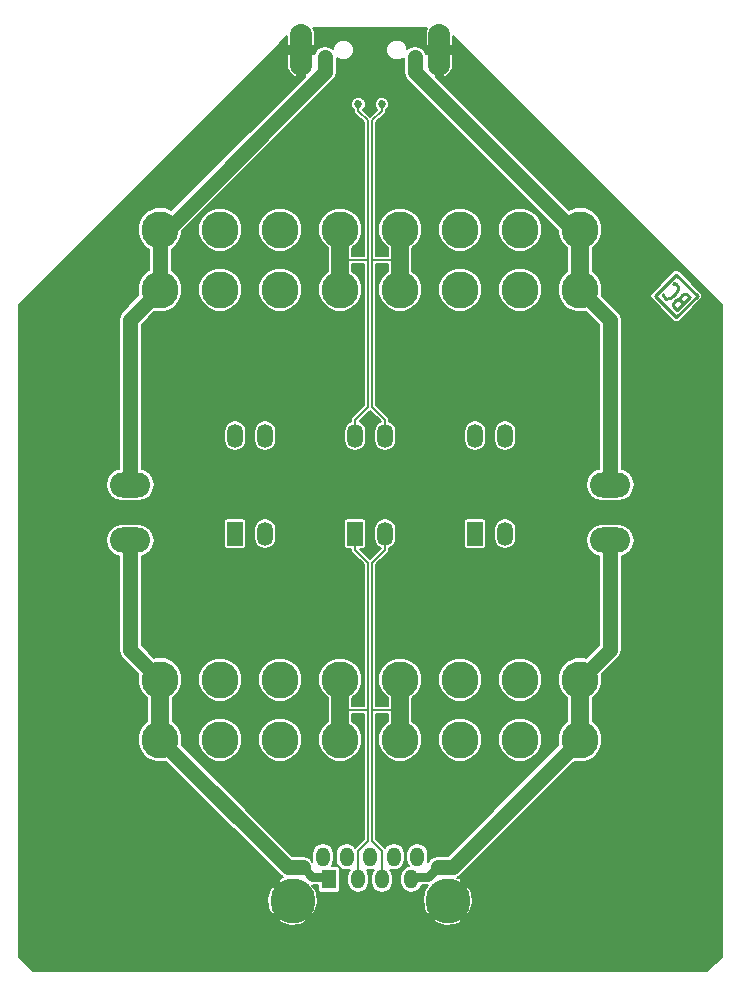
<source format=gbl>
%TF.GenerationSoftware,KiCad,Pcbnew,4.0.1-stable*%
%TF.CreationDate,2016-02-23T23:31:04-05:00*%
%TF.ProjectId,USB Breakout v3.0,55534220427265616B6F75742076332E,3.0.1*%
%TF.FileFunction,Copper,L2,Bot,Signal*%
%FSLAX46Y46*%
G04 Gerber Fmt 4.6, Leading zero omitted, Abs format (unit mm)*
G04 Created by KiCad (PCBNEW 4.0.1-stable) date 2016-02-23 23:31:04*
%MOMM*%
G01*
G04 APERTURE LIST*
%ADD10C,0.025400*%
%ADD11C,0.254000*%
%ADD12O,3.400000X2.150000*%
%ADD13R,1.350000X2.025000*%
%ADD14O,1.350000X2.025000*%
%ADD15O,1.900000X4.400000*%
%ADD16R,1.200000X1.620000*%
%ADD17O,1.200000X1.620000*%
%ADD18C,3.800000*%
%ADD19C,3.124200*%
%ADD20C,0.787400*%
%ADD21C,0.685800*%
%ADD22C,1.270000*%
%ADD23C,0.152400*%
%ADD24C,1.524000*%
%ADD25C,0.762000*%
G04 APERTURE END LIST*
D10*
D11*
X56739604Y57534738D02*
X56572828Y57598884D01*
X56483025Y57586054D01*
X56341906Y57521909D01*
X56187959Y57367962D01*
X56123815Y57226844D01*
X56110986Y57137042D01*
X56136644Y57008751D01*
X56444538Y56700857D01*
X57522169Y57778488D01*
X57252761Y58047896D01*
X57124472Y58073554D01*
X57034669Y58060725D01*
X56893551Y57996580D01*
X56790920Y57893949D01*
X56726775Y57752831D01*
X56713946Y57663028D01*
X56739604Y57534738D01*
X57009011Y57265331D01*
X55277105Y58073554D02*
X55264276Y57983751D01*
X55328421Y57816974D01*
X55405394Y57740001D01*
X55572170Y57675857D01*
X55751776Y57701514D01*
X55892894Y57765660D01*
X56136644Y57932435D01*
X56290592Y58086383D01*
X56457367Y58330132D01*
X56521512Y58471250D01*
X56547170Y58650856D01*
X56483025Y58817632D01*
X56406052Y58894605D01*
X56239275Y58958750D01*
X56149473Y58945922D01*
X56406051Y59690000D02*
X58202102Y57893949D01*
X58202102Y57893949D02*
X56406051Y56097898D01*
X56406051Y56097898D02*
X54610000Y57893949D01*
X54610000Y57893949D02*
X56406051Y59690000D01*
D12*
X10160000Y41910000D03*
X10160000Y37210000D03*
X50800000Y41910000D03*
X50800000Y37210000D03*
D13*
X29210000Y37762500D03*
D14*
X31750000Y37762500D03*
X31750000Y46057500D03*
X29210000Y46057500D03*
D13*
X39370000Y37762500D03*
D14*
X41910000Y37762500D03*
X41910000Y46057500D03*
X39370000Y46057500D03*
D13*
X19050000Y37762500D03*
D14*
X21590000Y37762500D03*
X21590000Y46057500D03*
X19050000Y46057500D03*
D15*
X24630000Y78730000D03*
X36330000Y78730000D03*
D16*
X26980000Y8500000D03*
D17*
X29480000Y8500000D03*
X31480000Y8500000D03*
X33980000Y8500000D03*
X34480000Y10420000D03*
X32480000Y10420000D03*
X30480000Y10420000D03*
X28480000Y10420000D03*
X26480000Y10420000D03*
D18*
X37050000Y6710000D03*
X23910000Y6710000D03*
D19*
X12700000Y20320000D03*
X12700000Y25400000D03*
X27940000Y20320000D03*
X27940000Y25400000D03*
X33020000Y20320000D03*
X33020000Y25400000D03*
X48260000Y20320000D03*
X48260000Y25400000D03*
X43180000Y20320000D03*
X43180000Y25400000D03*
X38100000Y20320000D03*
X38100000Y25400000D03*
X22860000Y20320000D03*
X22860000Y25400000D03*
X17780000Y20320000D03*
X17780000Y25400000D03*
X12700000Y58420000D03*
X12700000Y63500000D03*
X27940000Y58420000D03*
X27940000Y63500000D03*
X33020000Y58420000D03*
X33020000Y63500000D03*
X48260000Y58420000D03*
X48260000Y63500000D03*
X43180000Y58420000D03*
X43180000Y63500000D03*
X38100000Y58420000D03*
X38100000Y63500000D03*
X22860000Y58420000D03*
X22860000Y63500000D03*
X17780000Y58420000D03*
X17780000Y63500000D03*
D20*
X26670000Y78105000D03*
D21*
X29480000Y74130000D03*
X31480000Y74130000D03*
D20*
X34290000Y78105000D03*
D22*
X10160000Y41910000D02*
X10160000Y55880000D01*
X10160000Y55880000D02*
X12700000Y58420000D01*
X12700000Y63500000D02*
X12700000Y58420000D01*
X13335000Y63500000D02*
X12700000Y63500000D01*
X26670000Y78105000D02*
X26670000Y76835000D01*
X26670000Y76835000D02*
X13335000Y63500000D01*
D23*
X30302200Y48499700D02*
X30302200Y60960000D01*
X30302201Y72758299D02*
X30302189Y60960000D01*
X30302189Y60960000D02*
X30302201Y60960001D01*
X29845000Y60960000D02*
X30302189Y60960000D01*
D24*
X27940000Y60960000D02*
X27940000Y58420000D01*
X27940000Y63500000D02*
X27940000Y60960000D01*
D23*
X27940000Y60960000D02*
X29845000Y60960000D01*
X29480000Y74130000D02*
X29480000Y73580500D01*
X29480000Y73580500D02*
X30302201Y72758299D01*
X30302200Y48499700D02*
X29210000Y47407500D01*
X29210000Y47407500D02*
X29210000Y45720000D01*
X30657800Y48499700D02*
X30657800Y60960000D01*
X33020000Y60960000D02*
X30657799Y60960001D01*
X30657799Y72758299D02*
X31480000Y73580500D01*
X30657799Y60960001D02*
X30657799Y72758299D01*
X31480000Y73580500D02*
X31480000Y74130000D01*
D24*
X33020000Y60960000D02*
X33020000Y63500000D01*
X33020000Y58420000D02*
X33020000Y60960000D01*
D23*
X30657800Y48499700D02*
X31750000Y47407500D01*
X31750000Y47407500D02*
X31750000Y45720000D01*
D22*
X50800000Y41910000D02*
X50800000Y55880000D01*
X50800000Y55880000D02*
X48260000Y58420000D01*
D24*
X48260000Y63500000D02*
X48260000Y58420000D01*
D22*
X47625000Y63500000D02*
X48260000Y63500000D01*
X34290000Y78105000D02*
X34290000Y76835000D01*
X34290000Y76835000D02*
X47625000Y63500000D01*
X12700000Y25400000D02*
X10160000Y27940000D01*
X10160000Y27940000D02*
X10160000Y37211000D01*
D24*
X12700000Y25400000D02*
X12700000Y20320000D01*
D22*
X23495000Y9525000D02*
X24765000Y9525000D01*
D25*
X24765000Y9525000D02*
X25580000Y8710000D01*
X25580000Y8710000D02*
X26980000Y8710000D01*
D22*
X12700000Y20320000D02*
X23495000Y9525000D01*
D23*
X30302200Y22860000D02*
X30302200Y35320300D01*
D24*
X27940000Y25400000D02*
X27940000Y22860000D01*
D23*
X30302200Y11767715D02*
X30302200Y22860000D01*
D24*
X27940000Y22860000D02*
X27940000Y20320000D01*
D23*
X30302200Y22860000D02*
X27940000Y22860000D01*
X29480000Y8710000D02*
X29480000Y10945515D01*
X30302200Y35320300D02*
X29210000Y36412500D01*
X29480000Y10945515D02*
X30302200Y11767715D01*
X29210000Y36412500D02*
X29210000Y38100000D01*
X30657800Y22860000D02*
X30657800Y35320300D01*
X30657800Y11767715D02*
X30657800Y22860000D01*
D24*
X33020000Y22860000D02*
X33020000Y25400000D01*
X33020000Y20320000D02*
X33020000Y22860000D01*
D23*
X30657800Y22860000D02*
X33020000Y22860000D01*
X31480000Y8710000D02*
X31480000Y10945515D01*
X31480000Y10945515D02*
X30657800Y11767715D01*
X30657800Y35320300D02*
X31750000Y36412500D01*
X31750000Y36412500D02*
X31750000Y38100000D01*
D22*
X50800000Y37211000D02*
X50800000Y27940000D01*
X50800000Y27940000D02*
X48260000Y25400000D01*
D24*
X48260000Y25400000D02*
X48260000Y20320000D01*
D22*
X37465000Y9525000D02*
X36195000Y9525000D01*
D25*
X36195000Y9525000D02*
X35380000Y8710000D01*
X35380000Y8710000D02*
X33980000Y8710000D01*
D22*
X48260000Y20320000D02*
X37465000Y9525000D01*
D23*
G36*
X35176800Y80284800D02*
X35176800Y79034800D01*
X36025200Y79034800D01*
X36025200Y79054800D01*
X36634800Y79054800D01*
X36634800Y79034800D01*
X37483200Y79034800D01*
X37483200Y79884036D01*
X60248800Y57118436D01*
X60248800Y1936564D01*
X59023436Y711200D01*
X1936564Y711200D01*
X711200Y1936564D01*
X711200Y5029845D01*
X22660897Y5029845D01*
X22908936Y4813598D01*
X23710860Y4574862D01*
X24543100Y4661181D01*
X24911064Y4813598D01*
X25159103Y5029845D01*
X35800897Y5029845D01*
X36048936Y4813598D01*
X36850860Y4574862D01*
X37683100Y4661181D01*
X38051064Y4813598D01*
X38299103Y5029845D01*
X37050000Y6278948D01*
X35800897Y5029845D01*
X25159103Y5029845D01*
X23910000Y6278948D01*
X22660897Y5029845D01*
X711200Y5029845D01*
X711200Y6909140D01*
X21774862Y6909140D01*
X21861181Y6076900D01*
X22013598Y5708936D01*
X22229845Y5460897D01*
X23478948Y6710000D01*
X22229845Y7959103D01*
X22013598Y7711064D01*
X21774862Y6909140D01*
X711200Y6909140D01*
X711200Y37210000D01*
X8090026Y37210000D01*
X8196990Y36672253D01*
X8501600Y36216374D01*
X8957479Y35911764D01*
X9194800Y35864558D01*
X9194800Y27940000D01*
X9268271Y27570634D01*
X9477501Y27257501D01*
X10851723Y25883278D01*
X10808030Y25778053D01*
X10807373Y25025250D01*
X11094851Y24329499D01*
X11607800Y23815654D01*
X11607800Y21903488D01*
X11096722Y21393301D01*
X10808030Y20698053D01*
X10807373Y19945250D01*
X11094851Y19249499D01*
X11626699Y18716722D01*
X12321947Y18428030D01*
X13074750Y18427373D01*
X13182930Y18472072D01*
X22812500Y8842501D01*
X23067530Y8672094D01*
X22908936Y8606402D01*
X22660897Y8390155D01*
X23910000Y7141052D01*
X23924143Y7155194D01*
X24355195Y6724142D01*
X24341052Y6710000D01*
X25590155Y5460897D01*
X25806402Y5708936D01*
X26045138Y6510860D01*
X25958819Y7343100D01*
X25806402Y7711064D01*
X25590156Y7959101D01*
X25629855Y7998800D01*
X26043331Y7998800D01*
X26043331Y7690000D01*
X26066356Y7567635D01*
X26138673Y7455251D01*
X26249017Y7379856D01*
X26380000Y7353331D01*
X27580000Y7353331D01*
X27702365Y7376356D01*
X27814749Y7448673D01*
X27890144Y7559017D01*
X27916669Y7690000D01*
X27916669Y9310000D01*
X27893644Y9432365D01*
X27837381Y9519800D01*
X28124028Y9328269D01*
X28480000Y9257462D01*
X28772507Y9315645D01*
X28620607Y9088310D01*
X28549800Y8732338D01*
X28549800Y8267662D01*
X28620607Y7911690D01*
X28822249Y7609911D01*
X29124028Y7408269D01*
X29480000Y7337462D01*
X29835972Y7408269D01*
X30137751Y7609911D01*
X30339393Y7911690D01*
X30410200Y8267662D01*
X30410200Y8732338D01*
X30339393Y9088310D01*
X30187493Y9315645D01*
X30480000Y9257462D01*
X30772507Y9315645D01*
X30620607Y9088310D01*
X30549800Y8732338D01*
X30549800Y8267662D01*
X30620607Y7911690D01*
X30822249Y7609911D01*
X31124028Y7408269D01*
X31480000Y7337462D01*
X31835972Y7408269D01*
X32137751Y7609911D01*
X32339393Y7911690D01*
X32410200Y8267662D01*
X32410200Y8732338D01*
X33049800Y8732338D01*
X33049800Y8267662D01*
X33120607Y7911690D01*
X33322249Y7609911D01*
X33624028Y7408269D01*
X33980000Y7337462D01*
X34335972Y7408269D01*
X34637751Y7609911D01*
X34839393Y7911690D01*
X34856720Y7998800D01*
X35330145Y7998800D01*
X35369844Y7959101D01*
X35153598Y7711064D01*
X34914862Y6909140D01*
X35001181Y6076900D01*
X35153598Y5708936D01*
X35369845Y5460897D01*
X36618948Y6710000D01*
X37481052Y6710000D01*
X38730155Y5460897D01*
X38946402Y5708936D01*
X39185138Y6510860D01*
X39098819Y7343100D01*
X38946402Y7711064D01*
X38730155Y7959103D01*
X37481052Y6710000D01*
X36618948Y6710000D01*
X36604806Y6724142D01*
X37035858Y7155194D01*
X37050000Y7141052D01*
X38299103Y8390155D01*
X38051064Y8606402D01*
X37873338Y8659312D01*
X38147499Y8842501D01*
X47776722Y18471723D01*
X47881947Y18428030D01*
X48634750Y18427373D01*
X49330501Y18714851D01*
X49863278Y19246699D01*
X50151970Y19941947D01*
X50152627Y20694750D01*
X49865149Y21390501D01*
X49352200Y21904346D01*
X49352200Y23816512D01*
X49863278Y24326699D01*
X50151970Y25021947D01*
X50152627Y25774750D01*
X50107928Y25882930D01*
X51482499Y27257500D01*
X51691729Y27570633D01*
X51703918Y27631915D01*
X51765200Y27940000D01*
X51765200Y35864558D01*
X52002521Y35911764D01*
X52458400Y36216374D01*
X52763010Y36672253D01*
X52869974Y37210000D01*
X52763010Y37747747D01*
X52458400Y38203626D01*
X52002521Y38508236D01*
X51464774Y38615200D01*
X50135226Y38615200D01*
X49597479Y38508236D01*
X49141600Y38203626D01*
X48836990Y37747747D01*
X48730026Y37210000D01*
X48836990Y36672253D01*
X49141600Y36216374D01*
X49597479Y35911764D01*
X49834800Y35864558D01*
X49834800Y28339799D01*
X48743278Y27248277D01*
X48638053Y27291970D01*
X47885250Y27292627D01*
X47189499Y27005149D01*
X46656722Y26473301D01*
X46368030Y25778053D01*
X46367373Y25025250D01*
X46654851Y24329499D01*
X47167800Y23815654D01*
X47167800Y21903488D01*
X46656722Y21393301D01*
X46368030Y20698053D01*
X46367373Y19945250D01*
X46412072Y19837071D01*
X37065202Y10490200D01*
X36195000Y10490200D01*
X35825634Y10416729D01*
X35512501Y10207499D01*
X35372456Y9997907D01*
X35410200Y10187662D01*
X35410200Y10652338D01*
X35339393Y11008310D01*
X35137751Y11310089D01*
X34835972Y11511731D01*
X34480000Y11582538D01*
X34124028Y11511731D01*
X33822249Y11310089D01*
X33620607Y11008310D01*
X33549800Y10652338D01*
X33549800Y10187662D01*
X33620607Y9831690D01*
X33762534Y9619281D01*
X33624028Y9591731D01*
X33322249Y9390089D01*
X33120607Y9088310D01*
X33049800Y8732338D01*
X32410200Y8732338D01*
X32339393Y9088310D01*
X32187493Y9315645D01*
X32480000Y9257462D01*
X32835972Y9328269D01*
X33137751Y9529911D01*
X33339393Y9831690D01*
X33410200Y10187662D01*
X33410200Y10652338D01*
X33339393Y11008310D01*
X33137751Y11310089D01*
X32835972Y11511731D01*
X32480000Y11582538D01*
X32124028Y11511731D01*
X31822249Y11310089D01*
X31739054Y11185578D01*
X31731447Y11196962D01*
X31013400Y11915009D01*
X31013400Y22504400D01*
X31978600Y22504400D01*
X31978600Y21882208D01*
X31978237Y21882058D01*
X31459763Y21364488D01*
X31178820Y20687904D01*
X31178181Y19955310D01*
X31457942Y19278237D01*
X31975512Y18759763D01*
X32652096Y18478820D01*
X33384690Y18478181D01*
X34061763Y18757942D01*
X34580237Y19275512D01*
X34861180Y19952096D01*
X34861182Y19955310D01*
X36258181Y19955310D01*
X36537942Y19278237D01*
X37055512Y18759763D01*
X37732096Y18478820D01*
X38464690Y18478181D01*
X39141763Y18757942D01*
X39660237Y19275512D01*
X39941180Y19952096D01*
X39941182Y19955310D01*
X41338181Y19955310D01*
X41617942Y19278237D01*
X42135512Y18759763D01*
X42812096Y18478820D01*
X43544690Y18478181D01*
X44221763Y18757942D01*
X44740237Y19275512D01*
X45021180Y19952096D01*
X45021819Y20684690D01*
X44742058Y21361763D01*
X44224488Y21880237D01*
X43547904Y22161180D01*
X42815310Y22161819D01*
X42138237Y21882058D01*
X41619763Y21364488D01*
X41338820Y20687904D01*
X41338181Y19955310D01*
X39941182Y19955310D01*
X39941819Y20684690D01*
X39662058Y21361763D01*
X39144488Y21880237D01*
X38467904Y22161180D01*
X37735310Y22161819D01*
X37058237Y21882058D01*
X36539763Y21364488D01*
X36258820Y20687904D01*
X36258181Y19955310D01*
X34861182Y19955310D01*
X34861819Y20684690D01*
X34582058Y21361763D01*
X34064488Y21880237D01*
X34061400Y21881519D01*
X34061400Y23837792D01*
X34061763Y23837942D01*
X34580237Y24355512D01*
X34861180Y25032096D01*
X34861182Y25035310D01*
X36258181Y25035310D01*
X36537942Y24358237D01*
X37055512Y23839763D01*
X37732096Y23558820D01*
X38464690Y23558181D01*
X39141763Y23837942D01*
X39660237Y24355512D01*
X39941180Y25032096D01*
X39941182Y25035310D01*
X41338181Y25035310D01*
X41617942Y24358237D01*
X42135512Y23839763D01*
X42812096Y23558820D01*
X43544690Y23558181D01*
X44221763Y23837942D01*
X44740237Y24355512D01*
X45021180Y25032096D01*
X45021819Y25764690D01*
X44742058Y26441763D01*
X44224488Y26960237D01*
X43547904Y27241180D01*
X42815310Y27241819D01*
X42138237Y26962058D01*
X41619763Y26444488D01*
X41338820Y25767904D01*
X41338181Y25035310D01*
X39941182Y25035310D01*
X39941819Y25764690D01*
X39662058Y26441763D01*
X39144488Y26960237D01*
X38467904Y27241180D01*
X37735310Y27241819D01*
X37058237Y26962058D01*
X36539763Y26444488D01*
X36258820Y25767904D01*
X36258181Y25035310D01*
X34861182Y25035310D01*
X34861819Y25764690D01*
X34582058Y26441763D01*
X34064488Y26960237D01*
X33387904Y27241180D01*
X32655310Y27241819D01*
X31978237Y26962058D01*
X31459763Y26444488D01*
X31178820Y25767904D01*
X31178181Y25035310D01*
X31457942Y24358237D01*
X31975512Y23839763D01*
X31978600Y23838481D01*
X31978600Y23215600D01*
X31013400Y23215600D01*
X31013400Y35173006D01*
X32001447Y36161053D01*
X32078532Y36276417D01*
X32105600Y36412500D01*
X32105600Y36516023D01*
X32115233Y36517939D01*
X32424863Y36724827D01*
X32631751Y37034457D01*
X32704400Y37399690D01*
X32704400Y38125310D01*
X32631751Y38490543D01*
X32441684Y38775000D01*
X38410127Y38775000D01*
X38410127Y36750000D01*
X38429609Y36646461D01*
X38490801Y36551366D01*
X38584168Y36487571D01*
X38695000Y36465127D01*
X40045000Y36465127D01*
X40148539Y36484609D01*
X40243634Y36545801D01*
X40307429Y36639168D01*
X40329873Y36750000D01*
X40329873Y38125310D01*
X40955600Y38125310D01*
X40955600Y37399690D01*
X41028249Y37034457D01*
X41235137Y36724827D01*
X41544767Y36517939D01*
X41910000Y36445290D01*
X42275233Y36517939D01*
X42584863Y36724827D01*
X42791751Y37034457D01*
X42864400Y37399690D01*
X42864400Y38125310D01*
X42791751Y38490543D01*
X42584863Y38800173D01*
X42275233Y39007061D01*
X41910000Y39079710D01*
X41544767Y39007061D01*
X41235137Y38800173D01*
X41028249Y38490543D01*
X40955600Y38125310D01*
X40329873Y38125310D01*
X40329873Y38775000D01*
X40310391Y38878539D01*
X40249199Y38973634D01*
X40155832Y39037429D01*
X40045000Y39059873D01*
X38695000Y39059873D01*
X38591461Y39040391D01*
X38496366Y38979199D01*
X38432571Y38885832D01*
X38410127Y38775000D01*
X32441684Y38775000D01*
X32424863Y38800173D01*
X32115233Y39007061D01*
X31750000Y39079710D01*
X31384767Y39007061D01*
X31075137Y38800173D01*
X30868249Y38490543D01*
X30795600Y38125310D01*
X30795600Y37399690D01*
X30868249Y37034457D01*
X31075137Y36724827D01*
X31365451Y36530845D01*
X30480000Y35645394D01*
X29660267Y36465127D01*
X29885000Y36465127D01*
X29988539Y36484609D01*
X30083634Y36545801D01*
X30147429Y36639168D01*
X30169873Y36750000D01*
X30169873Y38775000D01*
X30150391Y38878539D01*
X30089199Y38973634D01*
X29995832Y39037429D01*
X29885000Y39059873D01*
X28535000Y39059873D01*
X28431461Y39040391D01*
X28336366Y38979199D01*
X28272571Y38885832D01*
X28250127Y38775000D01*
X28250127Y36750000D01*
X28269609Y36646461D01*
X28330801Y36551366D01*
X28424168Y36487571D01*
X28535000Y36465127D01*
X28854400Y36465127D01*
X28854400Y36412500D01*
X28881468Y36276417D01*
X28958553Y36161053D01*
X29946600Y35173006D01*
X29946600Y23215600D01*
X28981400Y23215600D01*
X28981400Y23837792D01*
X28981763Y23837942D01*
X29500237Y24355512D01*
X29781180Y25032096D01*
X29781819Y25764690D01*
X29502058Y26441763D01*
X28984488Y26960237D01*
X28307904Y27241180D01*
X27575310Y27241819D01*
X26898237Y26962058D01*
X26379763Y26444488D01*
X26098820Y25767904D01*
X26098181Y25035310D01*
X26377942Y24358237D01*
X26895512Y23839763D01*
X26898600Y23838481D01*
X26898600Y21882208D01*
X26898237Y21882058D01*
X26379763Y21364488D01*
X26098820Y20687904D01*
X26098181Y19955310D01*
X26377942Y19278237D01*
X26895512Y18759763D01*
X27572096Y18478820D01*
X28304690Y18478181D01*
X28981763Y18757942D01*
X29500237Y19275512D01*
X29781180Y19952096D01*
X29781819Y20684690D01*
X29502058Y21361763D01*
X28984488Y21880237D01*
X28981400Y21881519D01*
X28981400Y22504400D01*
X29946600Y22504400D01*
X29946600Y11915009D01*
X29228553Y11196962D01*
X29220946Y11185578D01*
X29137751Y11310089D01*
X28835972Y11511731D01*
X28480000Y11582538D01*
X28124028Y11511731D01*
X27822249Y11310089D01*
X27620607Y11008310D01*
X27549800Y10652338D01*
X27549800Y10187662D01*
X27620607Y9831690D01*
X27804780Y9556055D01*
X27710983Y9620144D01*
X27580000Y9646669D01*
X27215766Y9646669D01*
X27339393Y9831690D01*
X27410200Y10187662D01*
X27410200Y10652338D01*
X27339393Y11008310D01*
X27137751Y11310089D01*
X26835972Y11511731D01*
X26480000Y11582538D01*
X26124028Y11511731D01*
X25822249Y11310089D01*
X25620607Y11008310D01*
X25549800Y10652338D01*
X25549800Y10187662D01*
X25587544Y9997907D01*
X25447499Y10207499D01*
X25134366Y10416729D01*
X24765000Y10490200D01*
X23894799Y10490200D01*
X14548277Y19836722D01*
X14591970Y19941947D01*
X14591981Y19955310D01*
X15938181Y19955310D01*
X16217942Y19278237D01*
X16735512Y18759763D01*
X17412096Y18478820D01*
X18144690Y18478181D01*
X18821763Y18757942D01*
X19340237Y19275512D01*
X19621180Y19952096D01*
X19621182Y19955310D01*
X21018181Y19955310D01*
X21297942Y19278237D01*
X21815512Y18759763D01*
X22492096Y18478820D01*
X23224690Y18478181D01*
X23901763Y18757942D01*
X24420237Y19275512D01*
X24701180Y19952096D01*
X24701819Y20684690D01*
X24422058Y21361763D01*
X23904488Y21880237D01*
X23227904Y22161180D01*
X22495310Y22161819D01*
X21818237Y21882058D01*
X21299763Y21364488D01*
X21018820Y20687904D01*
X21018181Y19955310D01*
X19621182Y19955310D01*
X19621819Y20684690D01*
X19342058Y21361763D01*
X18824488Y21880237D01*
X18147904Y22161180D01*
X17415310Y22161819D01*
X16738237Y21882058D01*
X16219763Y21364488D01*
X15938820Y20687904D01*
X15938181Y19955310D01*
X14591981Y19955310D01*
X14592627Y20694750D01*
X14305149Y21390501D01*
X13792200Y21904346D01*
X13792200Y23816512D01*
X14303278Y24326699D01*
X14591970Y25021947D01*
X14591981Y25035310D01*
X15938181Y25035310D01*
X16217942Y24358237D01*
X16735512Y23839763D01*
X17412096Y23558820D01*
X18144690Y23558181D01*
X18821763Y23837942D01*
X19340237Y24355512D01*
X19621180Y25032096D01*
X19621182Y25035310D01*
X21018181Y25035310D01*
X21297942Y24358237D01*
X21815512Y23839763D01*
X22492096Y23558820D01*
X23224690Y23558181D01*
X23901763Y23837942D01*
X24420237Y24355512D01*
X24701180Y25032096D01*
X24701819Y25764690D01*
X24422058Y26441763D01*
X23904488Y26960237D01*
X23227904Y27241180D01*
X22495310Y27241819D01*
X21818237Y26962058D01*
X21299763Y26444488D01*
X21018820Y25767904D01*
X21018181Y25035310D01*
X19621182Y25035310D01*
X19621819Y25764690D01*
X19342058Y26441763D01*
X18824488Y26960237D01*
X18147904Y27241180D01*
X17415310Y27241819D01*
X16738237Y26962058D01*
X16219763Y26444488D01*
X15938820Y25767904D01*
X15938181Y25035310D01*
X14591981Y25035310D01*
X14592627Y25774750D01*
X14305149Y26470501D01*
X13773301Y27003278D01*
X13078053Y27291970D01*
X12325250Y27292627D01*
X12217070Y27247928D01*
X11125200Y28339798D01*
X11125200Y35864558D01*
X11362521Y35911764D01*
X11818400Y36216374D01*
X12123010Y36672253D01*
X12229974Y37210000D01*
X12123010Y37747747D01*
X11818400Y38203626D01*
X11362521Y38508236D01*
X10824774Y38615200D01*
X9495226Y38615200D01*
X8957479Y38508236D01*
X8501600Y38203626D01*
X8196990Y37747747D01*
X8090026Y37210000D01*
X711200Y37210000D01*
X711200Y38775000D01*
X18090127Y38775000D01*
X18090127Y36750000D01*
X18109609Y36646461D01*
X18170801Y36551366D01*
X18264168Y36487571D01*
X18375000Y36465127D01*
X19725000Y36465127D01*
X19828539Y36484609D01*
X19923634Y36545801D01*
X19987429Y36639168D01*
X20009873Y36750000D01*
X20009873Y38125310D01*
X20635600Y38125310D01*
X20635600Y37399690D01*
X20708249Y37034457D01*
X20915137Y36724827D01*
X21224767Y36517939D01*
X21590000Y36445290D01*
X21955233Y36517939D01*
X22264863Y36724827D01*
X22471751Y37034457D01*
X22544400Y37399690D01*
X22544400Y38125310D01*
X22471751Y38490543D01*
X22264863Y38800173D01*
X21955233Y39007061D01*
X21590000Y39079710D01*
X21224767Y39007061D01*
X20915137Y38800173D01*
X20708249Y38490543D01*
X20635600Y38125310D01*
X20009873Y38125310D01*
X20009873Y38775000D01*
X19990391Y38878539D01*
X19929199Y38973634D01*
X19835832Y39037429D01*
X19725000Y39059873D01*
X18375000Y39059873D01*
X18271461Y39040391D01*
X18176366Y38979199D01*
X18112571Y38885832D01*
X18090127Y38775000D01*
X711200Y38775000D01*
X711200Y41910000D01*
X8090026Y41910000D01*
X8196990Y41372253D01*
X8501600Y40916374D01*
X8957479Y40611764D01*
X9495226Y40504800D01*
X10824774Y40504800D01*
X11362521Y40611764D01*
X11818400Y40916374D01*
X12123010Y41372253D01*
X12229974Y41910000D01*
X12123010Y42447747D01*
X11818400Y42903626D01*
X11362521Y43208236D01*
X11125200Y43255442D01*
X11125200Y46420310D01*
X18095600Y46420310D01*
X18095600Y45694690D01*
X18168249Y45329457D01*
X18375137Y45019827D01*
X18684767Y44812939D01*
X19050000Y44740290D01*
X19415233Y44812939D01*
X19724863Y45019827D01*
X19931751Y45329457D01*
X20004400Y45694690D01*
X20004400Y46420310D01*
X20635600Y46420310D01*
X20635600Y45694690D01*
X20708249Y45329457D01*
X20915137Y45019827D01*
X21224767Y44812939D01*
X21590000Y44740290D01*
X21955233Y44812939D01*
X22264863Y45019827D01*
X22471751Y45329457D01*
X22544400Y45694690D01*
X22544400Y46420310D01*
X22471751Y46785543D01*
X22264863Y47095173D01*
X21955233Y47302061D01*
X21590000Y47374710D01*
X21224767Y47302061D01*
X20915137Y47095173D01*
X20708249Y46785543D01*
X20635600Y46420310D01*
X20004400Y46420310D01*
X19931751Y46785543D01*
X19724863Y47095173D01*
X19415233Y47302061D01*
X19050000Y47374710D01*
X18684767Y47302061D01*
X18375137Y47095173D01*
X18168249Y46785543D01*
X18095600Y46420310D01*
X11125200Y46420310D01*
X11125200Y55480202D01*
X12216722Y56571723D01*
X12321947Y56528030D01*
X13074750Y56527373D01*
X13770501Y56814851D01*
X14303278Y57346699D01*
X14591970Y58041947D01*
X14591981Y58055310D01*
X15938181Y58055310D01*
X16217942Y57378237D01*
X16735512Y56859763D01*
X17412096Y56578820D01*
X18144690Y56578181D01*
X18821763Y56857942D01*
X19340237Y57375512D01*
X19621180Y58052096D01*
X19621182Y58055310D01*
X21018181Y58055310D01*
X21297942Y57378237D01*
X21815512Y56859763D01*
X22492096Y56578820D01*
X23224690Y56578181D01*
X23901763Y56857942D01*
X24420237Y57375512D01*
X24701180Y58052096D01*
X24701819Y58784690D01*
X24422058Y59461763D01*
X23904488Y59980237D01*
X23227904Y60261180D01*
X22495310Y60261819D01*
X21818237Y59982058D01*
X21299763Y59464488D01*
X21018820Y58787904D01*
X21018181Y58055310D01*
X19621182Y58055310D01*
X19621819Y58784690D01*
X19342058Y59461763D01*
X18824488Y59980237D01*
X18147904Y60261180D01*
X17415310Y60261819D01*
X16738237Y59982058D01*
X16219763Y59464488D01*
X15938820Y58787904D01*
X15938181Y58055310D01*
X14591981Y58055310D01*
X14592627Y58794750D01*
X14305149Y59490501D01*
X13773301Y60023278D01*
X13665200Y60068165D01*
X13665200Y61851342D01*
X13770501Y61894851D01*
X14303278Y62426699D01*
X14591970Y63121947D01*
X14591981Y63135310D01*
X15938181Y63135310D01*
X16217942Y62458237D01*
X16735512Y61939763D01*
X17412096Y61658820D01*
X18144690Y61658181D01*
X18821763Y61937942D01*
X19340237Y62455512D01*
X19621180Y63132096D01*
X19621182Y63135310D01*
X21018181Y63135310D01*
X21297942Y62458237D01*
X21815512Y61939763D01*
X22492096Y61658820D01*
X23224690Y61658181D01*
X23901763Y61937942D01*
X24420237Y62455512D01*
X24701180Y63132096D01*
X24701182Y63135310D01*
X26098181Y63135310D01*
X26377942Y62458237D01*
X26895512Y61939763D01*
X26898600Y61938481D01*
X26898600Y59982208D01*
X26898237Y59982058D01*
X26379763Y59464488D01*
X26098820Y58787904D01*
X26098181Y58055310D01*
X26377942Y57378237D01*
X26895512Y56859763D01*
X27572096Y56578820D01*
X28304690Y56578181D01*
X28981763Y56857942D01*
X29500237Y57375512D01*
X29781180Y58052096D01*
X29781819Y58784690D01*
X29502058Y59461763D01*
X28984488Y59980237D01*
X28981400Y59981519D01*
X28981400Y60604400D01*
X29946600Y60604400D01*
X29946600Y48646994D01*
X28958553Y47658947D01*
X28881468Y47543583D01*
X28881468Y47543582D01*
X28854400Y47407500D01*
X28854400Y47303977D01*
X28844767Y47302061D01*
X28535137Y47095173D01*
X28328249Y46785543D01*
X28255600Y46420310D01*
X28255600Y45694690D01*
X28328249Y45329457D01*
X28535137Y45019827D01*
X28844767Y44812939D01*
X29210000Y44740290D01*
X29575233Y44812939D01*
X29884863Y45019827D01*
X30091751Y45329457D01*
X30164400Y45694690D01*
X30164400Y46420310D01*
X30091751Y46785543D01*
X29884863Y47095173D01*
X29594549Y47289155D01*
X30480000Y48174606D01*
X31365451Y47289155D01*
X31075137Y47095173D01*
X30868249Y46785543D01*
X30795600Y46420310D01*
X30795600Y45694690D01*
X30868249Y45329457D01*
X31075137Y45019827D01*
X31384767Y44812939D01*
X31750000Y44740290D01*
X32115233Y44812939D01*
X32424863Y45019827D01*
X32631751Y45329457D01*
X32704400Y45694690D01*
X32704400Y46420310D01*
X38415600Y46420310D01*
X38415600Y45694690D01*
X38488249Y45329457D01*
X38695137Y45019827D01*
X39004767Y44812939D01*
X39370000Y44740290D01*
X39735233Y44812939D01*
X40044863Y45019827D01*
X40251751Y45329457D01*
X40324400Y45694690D01*
X40324400Y46420310D01*
X40955600Y46420310D01*
X40955600Y45694690D01*
X41028249Y45329457D01*
X41235137Y45019827D01*
X41544767Y44812939D01*
X41910000Y44740290D01*
X42275233Y44812939D01*
X42584863Y45019827D01*
X42791751Y45329457D01*
X42864400Y45694690D01*
X42864400Y46420310D01*
X42791751Y46785543D01*
X42584863Y47095173D01*
X42275233Y47302061D01*
X41910000Y47374710D01*
X41544767Y47302061D01*
X41235137Y47095173D01*
X41028249Y46785543D01*
X40955600Y46420310D01*
X40324400Y46420310D01*
X40251751Y46785543D01*
X40044863Y47095173D01*
X39735233Y47302061D01*
X39370000Y47374710D01*
X39004767Y47302061D01*
X38695137Y47095173D01*
X38488249Y46785543D01*
X38415600Y46420310D01*
X32704400Y46420310D01*
X32631751Y46785543D01*
X32424863Y47095173D01*
X32115233Y47302061D01*
X32105600Y47303977D01*
X32105600Y47407500D01*
X32078532Y47543582D01*
X32078532Y47543583D01*
X32001447Y47658947D01*
X31013400Y48646994D01*
X31013400Y60604401D01*
X31978600Y60604400D01*
X31978600Y59982208D01*
X31978237Y59982058D01*
X31459763Y59464488D01*
X31178820Y58787904D01*
X31178181Y58055310D01*
X31457942Y57378237D01*
X31975512Y56859763D01*
X32652096Y56578820D01*
X33384690Y56578181D01*
X34061763Y56857942D01*
X34580237Y57375512D01*
X34861180Y58052096D01*
X34861182Y58055310D01*
X36258181Y58055310D01*
X36537942Y57378237D01*
X37055512Y56859763D01*
X37732096Y56578820D01*
X38464690Y56578181D01*
X39141763Y56857942D01*
X39660237Y57375512D01*
X39941180Y58052096D01*
X39941182Y58055310D01*
X41338181Y58055310D01*
X41617942Y57378237D01*
X42135512Y56859763D01*
X42812096Y56578820D01*
X43544690Y56578181D01*
X44221763Y56857942D01*
X44740237Y57375512D01*
X45021180Y58052096D01*
X45021819Y58784690D01*
X44742058Y59461763D01*
X44224488Y59980237D01*
X43547904Y60261180D01*
X42815310Y60261819D01*
X42138237Y59982058D01*
X41619763Y59464488D01*
X41338820Y58787904D01*
X41338181Y58055310D01*
X39941182Y58055310D01*
X39941819Y58784690D01*
X39662058Y59461763D01*
X39144488Y59980237D01*
X38467904Y60261180D01*
X37735310Y60261819D01*
X37058237Y59982058D01*
X36539763Y59464488D01*
X36258820Y58787904D01*
X36258181Y58055310D01*
X34861182Y58055310D01*
X34861819Y58784690D01*
X34582058Y59461763D01*
X34064488Y59980237D01*
X34061400Y59981519D01*
X34061400Y61937792D01*
X34061763Y61937942D01*
X34580237Y62455512D01*
X34861180Y63132096D01*
X34861182Y63135310D01*
X36258181Y63135310D01*
X36537942Y62458237D01*
X37055512Y61939763D01*
X37732096Y61658820D01*
X38464690Y61658181D01*
X39141763Y61937942D01*
X39660237Y62455512D01*
X39941180Y63132096D01*
X39941182Y63135310D01*
X41338181Y63135310D01*
X41617942Y62458237D01*
X42135512Y61939763D01*
X42812096Y61658820D01*
X43544690Y61658181D01*
X44221763Y61937942D01*
X44740237Y62455512D01*
X45021180Y63132096D01*
X45021819Y63864690D01*
X44742058Y64541763D01*
X44224488Y65060237D01*
X43547904Y65341180D01*
X42815310Y65341819D01*
X42138237Y65062058D01*
X41619763Y64544488D01*
X41338820Y63867904D01*
X41338181Y63135310D01*
X39941182Y63135310D01*
X39941819Y63864690D01*
X39662058Y64541763D01*
X39144488Y65060237D01*
X38467904Y65341180D01*
X37735310Y65341819D01*
X37058237Y65062058D01*
X36539763Y64544488D01*
X36258820Y63867904D01*
X36258181Y63135310D01*
X34861182Y63135310D01*
X34861819Y63864690D01*
X34582058Y64541763D01*
X34064488Y65060237D01*
X33387904Y65341180D01*
X32655310Y65341819D01*
X31978237Y65062058D01*
X31459763Y64544488D01*
X31178820Y63867904D01*
X31178181Y63135310D01*
X31457942Y62458237D01*
X31975512Y61939763D01*
X31978600Y61938481D01*
X31978600Y61315600D01*
X31013399Y61315601D01*
X31013399Y72611005D01*
X31731447Y73329053D01*
X31808532Y73444417D01*
X31835600Y73580500D01*
X31835600Y73605682D01*
X32007253Y73777035D01*
X32102192Y74005674D01*
X32102408Y74253240D01*
X32007868Y74482044D01*
X31832965Y74657253D01*
X31604326Y74752192D01*
X31356760Y74752408D01*
X31127956Y74657868D01*
X30952747Y74482965D01*
X30857808Y74254326D01*
X30857592Y74006760D01*
X30952132Y73777956D01*
X31063250Y73666644D01*
X30480000Y73083394D01*
X29896709Y73666685D01*
X30007253Y73777035D01*
X30102192Y74005674D01*
X30102408Y74253240D01*
X30007868Y74482044D01*
X29832965Y74657253D01*
X29604326Y74752192D01*
X29356760Y74752408D01*
X29127956Y74657868D01*
X28952747Y74482965D01*
X28857808Y74254326D01*
X28857592Y74006760D01*
X28952132Y73777956D01*
X29124400Y73605387D01*
X29124400Y73580500D01*
X29151468Y73444417D01*
X29228553Y73329053D01*
X29946601Y72611005D01*
X29946589Y61315600D01*
X28981400Y61315600D01*
X28981400Y61937792D01*
X28981763Y61937942D01*
X29500237Y62455512D01*
X29781180Y63132096D01*
X29781819Y63864690D01*
X29502058Y64541763D01*
X28984488Y65060237D01*
X28307904Y65341180D01*
X27575310Y65341819D01*
X26898237Y65062058D01*
X26379763Y64544488D01*
X26098820Y63867904D01*
X26098181Y63135310D01*
X24701182Y63135310D01*
X24701819Y63864690D01*
X24422058Y64541763D01*
X23904488Y65060237D01*
X23227904Y65341180D01*
X22495310Y65341819D01*
X21818237Y65062058D01*
X21299763Y64544488D01*
X21018820Y63867904D01*
X21018181Y63135310D01*
X19621182Y63135310D01*
X19621819Y63864690D01*
X19342058Y64541763D01*
X18824488Y65060237D01*
X18147904Y65341180D01*
X17415310Y65341819D01*
X16738237Y65062058D01*
X16219763Y64544488D01*
X15938820Y63867904D01*
X15938181Y63135310D01*
X14591981Y63135310D01*
X14592206Y63392208D01*
X27352500Y76152501D01*
X27561729Y76465634D01*
X27635200Y76835000D01*
X27635200Y78081094D01*
X27731210Y77984916D01*
X28054309Y77850753D01*
X28404156Y77850448D01*
X28727489Y77984047D01*
X28975084Y78231210D01*
X29109247Y78554309D01*
X29109248Y78555844D01*
X31850448Y78555844D01*
X31984047Y78232511D01*
X32231210Y77984916D01*
X32554309Y77850753D01*
X32904156Y77850448D01*
X33227489Y77984047D01*
X33324800Y78081188D01*
X33324800Y76835000D01*
X33398271Y76465634D01*
X33607501Y76152501D01*
X46367606Y63392395D01*
X46367373Y63125250D01*
X46654851Y62429499D01*
X47167800Y61915654D01*
X47167800Y60003488D01*
X46656722Y59493301D01*
X46368030Y58798053D01*
X46367373Y58045250D01*
X46654851Y57349499D01*
X47186699Y56816722D01*
X47881947Y56528030D01*
X48634750Y56527373D01*
X48742930Y56572072D01*
X49834800Y55480201D01*
X49834800Y43255442D01*
X49597479Y43208236D01*
X49141600Y42903626D01*
X48836990Y42447747D01*
X48730026Y41910000D01*
X48836990Y41372253D01*
X49141600Y40916374D01*
X49597479Y40611764D01*
X50135226Y40504800D01*
X51464774Y40504800D01*
X52002521Y40611764D01*
X52458400Y40916374D01*
X52763010Y41372253D01*
X52869974Y41910000D01*
X52763010Y42447747D01*
X52458400Y42903626D01*
X52002521Y43208236D01*
X51765200Y43255442D01*
X51765200Y55880000D01*
X51691729Y56249366D01*
X51691729Y56249367D01*
X51482499Y56562500D01*
X50151050Y57893949D01*
X54203600Y57893949D01*
X54234535Y57738427D01*
X54322632Y57606581D01*
X56118683Y55810530D01*
X56250529Y55722433D01*
X56406051Y55691498D01*
X56561574Y55722433D01*
X56693419Y55810530D01*
X58489470Y57606581D01*
X58516944Y57647698D01*
X58577567Y57738426D01*
X58608502Y57893949D01*
X58577567Y58049471D01*
X58577567Y58049472D01*
X58489470Y58181317D01*
X56693419Y59977368D01*
X56662733Y59997872D01*
X56561574Y60065465D01*
X56406051Y60096400D01*
X56250529Y60065465D01*
X56118683Y59977368D01*
X54322632Y58181317D01*
X54234535Y58049471D01*
X54203600Y57893949D01*
X50151050Y57893949D01*
X50108277Y57936722D01*
X50151970Y58041947D01*
X50152627Y58794750D01*
X49865149Y59490501D01*
X49352200Y60004346D01*
X49352200Y61916512D01*
X49863278Y62426699D01*
X50151970Y63121947D01*
X50152627Y63874750D01*
X49865149Y64570501D01*
X49333301Y65103278D01*
X48638053Y65391970D01*
X47885250Y65392627D01*
X47327733Y65162266D01*
X36025200Y76464798D01*
X36025200Y78425200D01*
X36634800Y78425200D01*
X36634800Y76420574D01*
X36805032Y76429184D01*
X36929909Y76449038D01*
X37278776Y76757091D01*
X37483200Y77175200D01*
X37483200Y78425200D01*
X36634800Y78425200D01*
X36025200Y78425200D01*
X35191509Y78425200D01*
X35181729Y78474366D01*
X34972499Y78787499D01*
X34659366Y78996729D01*
X34290000Y79070200D01*
X33920634Y78996729D01*
X33609451Y78788802D01*
X33609552Y78904156D01*
X33475953Y79227489D01*
X33228790Y79475084D01*
X32905691Y79609247D01*
X32555844Y79609552D01*
X32232511Y79475953D01*
X31984916Y79228790D01*
X31850753Y78905691D01*
X31850448Y78555844D01*
X29109248Y78555844D01*
X29109552Y78904156D01*
X28975953Y79227489D01*
X28728790Y79475084D01*
X28405691Y79609247D01*
X28055844Y79609552D01*
X27732511Y79475953D01*
X27484916Y79228790D01*
X27350753Y78905691D01*
X27350651Y78788734D01*
X27039366Y78996729D01*
X26670000Y79070200D01*
X26300634Y78996729D01*
X25987501Y78787499D01*
X25778271Y78474366D01*
X25768491Y78425200D01*
X24934800Y78425200D01*
X24934800Y76464799D01*
X13631967Y65161965D01*
X13078053Y65391970D01*
X12325250Y65392627D01*
X11629499Y65105149D01*
X11096722Y64573301D01*
X10808030Y63878053D01*
X10807373Y63125250D01*
X11094851Y62429499D01*
X11626699Y61896722D01*
X11734800Y61851835D01*
X11734800Y60068658D01*
X11629499Y60025149D01*
X11096722Y59493301D01*
X10808030Y58798053D01*
X10807373Y58045250D01*
X10852072Y57937070D01*
X9477501Y56562499D01*
X9268271Y56249366D01*
X9194800Y55880000D01*
X9194800Y43255442D01*
X8957479Y43208236D01*
X8501600Y42903626D01*
X8196990Y42447747D01*
X8090026Y41910000D01*
X711200Y41910000D01*
X711200Y57118436D01*
X22017964Y78425200D01*
X23476800Y78425200D01*
X23476800Y77175200D01*
X23681224Y76757091D01*
X24030091Y76449038D01*
X24154968Y76429184D01*
X24325200Y76420574D01*
X24325200Y78425200D01*
X23476800Y78425200D01*
X22017964Y78425200D01*
X23476800Y79884036D01*
X23476800Y79034800D01*
X24325200Y79034800D01*
X24325200Y79054800D01*
X24934800Y79054800D01*
X24934800Y79034800D01*
X25783200Y79034800D01*
X25783200Y80284800D01*
X25644345Y80568800D01*
X35315655Y80568800D01*
X35176800Y80284800D01*
X35176800Y80284800D01*
G37*
X35176800Y80284800D02*
X35176800Y79034800D01*
X36025200Y79034800D01*
X36025200Y79054800D01*
X36634800Y79054800D01*
X36634800Y79034800D01*
X37483200Y79034800D01*
X37483200Y79884036D01*
X60248800Y57118436D01*
X60248800Y1936564D01*
X59023436Y711200D01*
X1936564Y711200D01*
X711200Y1936564D01*
X711200Y5029845D01*
X22660897Y5029845D01*
X22908936Y4813598D01*
X23710860Y4574862D01*
X24543100Y4661181D01*
X24911064Y4813598D01*
X25159103Y5029845D01*
X35800897Y5029845D01*
X36048936Y4813598D01*
X36850860Y4574862D01*
X37683100Y4661181D01*
X38051064Y4813598D01*
X38299103Y5029845D01*
X37050000Y6278948D01*
X35800897Y5029845D01*
X25159103Y5029845D01*
X23910000Y6278948D01*
X22660897Y5029845D01*
X711200Y5029845D01*
X711200Y6909140D01*
X21774862Y6909140D01*
X21861181Y6076900D01*
X22013598Y5708936D01*
X22229845Y5460897D01*
X23478948Y6710000D01*
X22229845Y7959103D01*
X22013598Y7711064D01*
X21774862Y6909140D01*
X711200Y6909140D01*
X711200Y37210000D01*
X8090026Y37210000D01*
X8196990Y36672253D01*
X8501600Y36216374D01*
X8957479Y35911764D01*
X9194800Y35864558D01*
X9194800Y27940000D01*
X9268271Y27570634D01*
X9477501Y27257501D01*
X10851723Y25883278D01*
X10808030Y25778053D01*
X10807373Y25025250D01*
X11094851Y24329499D01*
X11607800Y23815654D01*
X11607800Y21903488D01*
X11096722Y21393301D01*
X10808030Y20698053D01*
X10807373Y19945250D01*
X11094851Y19249499D01*
X11626699Y18716722D01*
X12321947Y18428030D01*
X13074750Y18427373D01*
X13182930Y18472072D01*
X22812500Y8842501D01*
X23067530Y8672094D01*
X22908936Y8606402D01*
X22660897Y8390155D01*
X23910000Y7141052D01*
X23924143Y7155194D01*
X24355195Y6724142D01*
X24341052Y6710000D01*
X25590155Y5460897D01*
X25806402Y5708936D01*
X26045138Y6510860D01*
X25958819Y7343100D01*
X25806402Y7711064D01*
X25590156Y7959101D01*
X25629855Y7998800D01*
X26043331Y7998800D01*
X26043331Y7690000D01*
X26066356Y7567635D01*
X26138673Y7455251D01*
X26249017Y7379856D01*
X26380000Y7353331D01*
X27580000Y7353331D01*
X27702365Y7376356D01*
X27814749Y7448673D01*
X27890144Y7559017D01*
X27916669Y7690000D01*
X27916669Y9310000D01*
X27893644Y9432365D01*
X27837381Y9519800D01*
X28124028Y9328269D01*
X28480000Y9257462D01*
X28772507Y9315645D01*
X28620607Y9088310D01*
X28549800Y8732338D01*
X28549800Y8267662D01*
X28620607Y7911690D01*
X28822249Y7609911D01*
X29124028Y7408269D01*
X29480000Y7337462D01*
X29835972Y7408269D01*
X30137751Y7609911D01*
X30339393Y7911690D01*
X30410200Y8267662D01*
X30410200Y8732338D01*
X30339393Y9088310D01*
X30187493Y9315645D01*
X30480000Y9257462D01*
X30772507Y9315645D01*
X30620607Y9088310D01*
X30549800Y8732338D01*
X30549800Y8267662D01*
X30620607Y7911690D01*
X30822249Y7609911D01*
X31124028Y7408269D01*
X31480000Y7337462D01*
X31835972Y7408269D01*
X32137751Y7609911D01*
X32339393Y7911690D01*
X32410200Y8267662D01*
X32410200Y8732338D01*
X33049800Y8732338D01*
X33049800Y8267662D01*
X33120607Y7911690D01*
X33322249Y7609911D01*
X33624028Y7408269D01*
X33980000Y7337462D01*
X34335972Y7408269D01*
X34637751Y7609911D01*
X34839393Y7911690D01*
X34856720Y7998800D01*
X35330145Y7998800D01*
X35369844Y7959101D01*
X35153598Y7711064D01*
X34914862Y6909140D01*
X35001181Y6076900D01*
X35153598Y5708936D01*
X35369845Y5460897D01*
X36618948Y6710000D01*
X37481052Y6710000D01*
X38730155Y5460897D01*
X38946402Y5708936D01*
X39185138Y6510860D01*
X39098819Y7343100D01*
X38946402Y7711064D01*
X38730155Y7959103D01*
X37481052Y6710000D01*
X36618948Y6710000D01*
X36604806Y6724142D01*
X37035858Y7155194D01*
X37050000Y7141052D01*
X38299103Y8390155D01*
X38051064Y8606402D01*
X37873338Y8659312D01*
X38147499Y8842501D01*
X47776722Y18471723D01*
X47881947Y18428030D01*
X48634750Y18427373D01*
X49330501Y18714851D01*
X49863278Y19246699D01*
X50151970Y19941947D01*
X50152627Y20694750D01*
X49865149Y21390501D01*
X49352200Y21904346D01*
X49352200Y23816512D01*
X49863278Y24326699D01*
X50151970Y25021947D01*
X50152627Y25774750D01*
X50107928Y25882930D01*
X51482499Y27257500D01*
X51691729Y27570633D01*
X51703918Y27631915D01*
X51765200Y27940000D01*
X51765200Y35864558D01*
X52002521Y35911764D01*
X52458400Y36216374D01*
X52763010Y36672253D01*
X52869974Y37210000D01*
X52763010Y37747747D01*
X52458400Y38203626D01*
X52002521Y38508236D01*
X51464774Y38615200D01*
X50135226Y38615200D01*
X49597479Y38508236D01*
X49141600Y38203626D01*
X48836990Y37747747D01*
X48730026Y37210000D01*
X48836990Y36672253D01*
X49141600Y36216374D01*
X49597479Y35911764D01*
X49834800Y35864558D01*
X49834800Y28339799D01*
X48743278Y27248277D01*
X48638053Y27291970D01*
X47885250Y27292627D01*
X47189499Y27005149D01*
X46656722Y26473301D01*
X46368030Y25778053D01*
X46367373Y25025250D01*
X46654851Y24329499D01*
X47167800Y23815654D01*
X47167800Y21903488D01*
X46656722Y21393301D01*
X46368030Y20698053D01*
X46367373Y19945250D01*
X46412072Y19837071D01*
X37065202Y10490200D01*
X36195000Y10490200D01*
X35825634Y10416729D01*
X35512501Y10207499D01*
X35372456Y9997907D01*
X35410200Y10187662D01*
X35410200Y10652338D01*
X35339393Y11008310D01*
X35137751Y11310089D01*
X34835972Y11511731D01*
X34480000Y11582538D01*
X34124028Y11511731D01*
X33822249Y11310089D01*
X33620607Y11008310D01*
X33549800Y10652338D01*
X33549800Y10187662D01*
X33620607Y9831690D01*
X33762534Y9619281D01*
X33624028Y9591731D01*
X33322249Y9390089D01*
X33120607Y9088310D01*
X33049800Y8732338D01*
X32410200Y8732338D01*
X32339393Y9088310D01*
X32187493Y9315645D01*
X32480000Y9257462D01*
X32835972Y9328269D01*
X33137751Y9529911D01*
X33339393Y9831690D01*
X33410200Y10187662D01*
X33410200Y10652338D01*
X33339393Y11008310D01*
X33137751Y11310089D01*
X32835972Y11511731D01*
X32480000Y11582538D01*
X32124028Y11511731D01*
X31822249Y11310089D01*
X31739054Y11185578D01*
X31731447Y11196962D01*
X31013400Y11915009D01*
X31013400Y22504400D01*
X31978600Y22504400D01*
X31978600Y21882208D01*
X31978237Y21882058D01*
X31459763Y21364488D01*
X31178820Y20687904D01*
X31178181Y19955310D01*
X31457942Y19278237D01*
X31975512Y18759763D01*
X32652096Y18478820D01*
X33384690Y18478181D01*
X34061763Y18757942D01*
X34580237Y19275512D01*
X34861180Y19952096D01*
X34861182Y19955310D01*
X36258181Y19955310D01*
X36537942Y19278237D01*
X37055512Y18759763D01*
X37732096Y18478820D01*
X38464690Y18478181D01*
X39141763Y18757942D01*
X39660237Y19275512D01*
X39941180Y19952096D01*
X39941182Y19955310D01*
X41338181Y19955310D01*
X41617942Y19278237D01*
X42135512Y18759763D01*
X42812096Y18478820D01*
X43544690Y18478181D01*
X44221763Y18757942D01*
X44740237Y19275512D01*
X45021180Y19952096D01*
X45021819Y20684690D01*
X44742058Y21361763D01*
X44224488Y21880237D01*
X43547904Y22161180D01*
X42815310Y22161819D01*
X42138237Y21882058D01*
X41619763Y21364488D01*
X41338820Y20687904D01*
X41338181Y19955310D01*
X39941182Y19955310D01*
X39941819Y20684690D01*
X39662058Y21361763D01*
X39144488Y21880237D01*
X38467904Y22161180D01*
X37735310Y22161819D01*
X37058237Y21882058D01*
X36539763Y21364488D01*
X36258820Y20687904D01*
X36258181Y19955310D01*
X34861182Y19955310D01*
X34861819Y20684690D01*
X34582058Y21361763D01*
X34064488Y21880237D01*
X34061400Y21881519D01*
X34061400Y23837792D01*
X34061763Y23837942D01*
X34580237Y24355512D01*
X34861180Y25032096D01*
X34861182Y25035310D01*
X36258181Y25035310D01*
X36537942Y24358237D01*
X37055512Y23839763D01*
X37732096Y23558820D01*
X38464690Y23558181D01*
X39141763Y23837942D01*
X39660237Y24355512D01*
X39941180Y25032096D01*
X39941182Y25035310D01*
X41338181Y25035310D01*
X41617942Y24358237D01*
X42135512Y23839763D01*
X42812096Y23558820D01*
X43544690Y23558181D01*
X44221763Y23837942D01*
X44740237Y24355512D01*
X45021180Y25032096D01*
X45021819Y25764690D01*
X44742058Y26441763D01*
X44224488Y26960237D01*
X43547904Y27241180D01*
X42815310Y27241819D01*
X42138237Y26962058D01*
X41619763Y26444488D01*
X41338820Y25767904D01*
X41338181Y25035310D01*
X39941182Y25035310D01*
X39941819Y25764690D01*
X39662058Y26441763D01*
X39144488Y26960237D01*
X38467904Y27241180D01*
X37735310Y27241819D01*
X37058237Y26962058D01*
X36539763Y26444488D01*
X36258820Y25767904D01*
X36258181Y25035310D01*
X34861182Y25035310D01*
X34861819Y25764690D01*
X34582058Y26441763D01*
X34064488Y26960237D01*
X33387904Y27241180D01*
X32655310Y27241819D01*
X31978237Y26962058D01*
X31459763Y26444488D01*
X31178820Y25767904D01*
X31178181Y25035310D01*
X31457942Y24358237D01*
X31975512Y23839763D01*
X31978600Y23838481D01*
X31978600Y23215600D01*
X31013400Y23215600D01*
X31013400Y35173006D01*
X32001447Y36161053D01*
X32078532Y36276417D01*
X32105600Y36412500D01*
X32105600Y36516023D01*
X32115233Y36517939D01*
X32424863Y36724827D01*
X32631751Y37034457D01*
X32704400Y37399690D01*
X32704400Y38125310D01*
X32631751Y38490543D01*
X32441684Y38775000D01*
X38410127Y38775000D01*
X38410127Y36750000D01*
X38429609Y36646461D01*
X38490801Y36551366D01*
X38584168Y36487571D01*
X38695000Y36465127D01*
X40045000Y36465127D01*
X40148539Y36484609D01*
X40243634Y36545801D01*
X40307429Y36639168D01*
X40329873Y36750000D01*
X40329873Y38125310D01*
X40955600Y38125310D01*
X40955600Y37399690D01*
X41028249Y37034457D01*
X41235137Y36724827D01*
X41544767Y36517939D01*
X41910000Y36445290D01*
X42275233Y36517939D01*
X42584863Y36724827D01*
X42791751Y37034457D01*
X42864400Y37399690D01*
X42864400Y38125310D01*
X42791751Y38490543D01*
X42584863Y38800173D01*
X42275233Y39007061D01*
X41910000Y39079710D01*
X41544767Y39007061D01*
X41235137Y38800173D01*
X41028249Y38490543D01*
X40955600Y38125310D01*
X40329873Y38125310D01*
X40329873Y38775000D01*
X40310391Y38878539D01*
X40249199Y38973634D01*
X40155832Y39037429D01*
X40045000Y39059873D01*
X38695000Y39059873D01*
X38591461Y39040391D01*
X38496366Y38979199D01*
X38432571Y38885832D01*
X38410127Y38775000D01*
X32441684Y38775000D01*
X32424863Y38800173D01*
X32115233Y39007061D01*
X31750000Y39079710D01*
X31384767Y39007061D01*
X31075137Y38800173D01*
X30868249Y38490543D01*
X30795600Y38125310D01*
X30795600Y37399690D01*
X30868249Y37034457D01*
X31075137Y36724827D01*
X31365451Y36530845D01*
X30480000Y35645394D01*
X29660267Y36465127D01*
X29885000Y36465127D01*
X29988539Y36484609D01*
X30083634Y36545801D01*
X30147429Y36639168D01*
X30169873Y36750000D01*
X30169873Y38775000D01*
X30150391Y38878539D01*
X30089199Y38973634D01*
X29995832Y39037429D01*
X29885000Y39059873D01*
X28535000Y39059873D01*
X28431461Y39040391D01*
X28336366Y38979199D01*
X28272571Y38885832D01*
X28250127Y38775000D01*
X28250127Y36750000D01*
X28269609Y36646461D01*
X28330801Y36551366D01*
X28424168Y36487571D01*
X28535000Y36465127D01*
X28854400Y36465127D01*
X28854400Y36412500D01*
X28881468Y36276417D01*
X28958553Y36161053D01*
X29946600Y35173006D01*
X29946600Y23215600D01*
X28981400Y23215600D01*
X28981400Y23837792D01*
X28981763Y23837942D01*
X29500237Y24355512D01*
X29781180Y25032096D01*
X29781819Y25764690D01*
X29502058Y26441763D01*
X28984488Y26960237D01*
X28307904Y27241180D01*
X27575310Y27241819D01*
X26898237Y26962058D01*
X26379763Y26444488D01*
X26098820Y25767904D01*
X26098181Y25035310D01*
X26377942Y24358237D01*
X26895512Y23839763D01*
X26898600Y23838481D01*
X26898600Y21882208D01*
X26898237Y21882058D01*
X26379763Y21364488D01*
X26098820Y20687904D01*
X26098181Y19955310D01*
X26377942Y19278237D01*
X26895512Y18759763D01*
X27572096Y18478820D01*
X28304690Y18478181D01*
X28981763Y18757942D01*
X29500237Y19275512D01*
X29781180Y19952096D01*
X29781819Y20684690D01*
X29502058Y21361763D01*
X28984488Y21880237D01*
X28981400Y21881519D01*
X28981400Y22504400D01*
X29946600Y22504400D01*
X29946600Y11915009D01*
X29228553Y11196962D01*
X29220946Y11185578D01*
X29137751Y11310089D01*
X28835972Y11511731D01*
X28480000Y11582538D01*
X28124028Y11511731D01*
X27822249Y11310089D01*
X27620607Y11008310D01*
X27549800Y10652338D01*
X27549800Y10187662D01*
X27620607Y9831690D01*
X27804780Y9556055D01*
X27710983Y9620144D01*
X27580000Y9646669D01*
X27215766Y9646669D01*
X27339393Y9831690D01*
X27410200Y10187662D01*
X27410200Y10652338D01*
X27339393Y11008310D01*
X27137751Y11310089D01*
X26835972Y11511731D01*
X26480000Y11582538D01*
X26124028Y11511731D01*
X25822249Y11310089D01*
X25620607Y11008310D01*
X25549800Y10652338D01*
X25549800Y10187662D01*
X25587544Y9997907D01*
X25447499Y10207499D01*
X25134366Y10416729D01*
X24765000Y10490200D01*
X23894799Y10490200D01*
X14548277Y19836722D01*
X14591970Y19941947D01*
X14591981Y19955310D01*
X15938181Y19955310D01*
X16217942Y19278237D01*
X16735512Y18759763D01*
X17412096Y18478820D01*
X18144690Y18478181D01*
X18821763Y18757942D01*
X19340237Y19275512D01*
X19621180Y19952096D01*
X19621182Y19955310D01*
X21018181Y19955310D01*
X21297942Y19278237D01*
X21815512Y18759763D01*
X22492096Y18478820D01*
X23224690Y18478181D01*
X23901763Y18757942D01*
X24420237Y19275512D01*
X24701180Y19952096D01*
X24701819Y20684690D01*
X24422058Y21361763D01*
X23904488Y21880237D01*
X23227904Y22161180D01*
X22495310Y22161819D01*
X21818237Y21882058D01*
X21299763Y21364488D01*
X21018820Y20687904D01*
X21018181Y19955310D01*
X19621182Y19955310D01*
X19621819Y20684690D01*
X19342058Y21361763D01*
X18824488Y21880237D01*
X18147904Y22161180D01*
X17415310Y22161819D01*
X16738237Y21882058D01*
X16219763Y21364488D01*
X15938820Y20687904D01*
X15938181Y19955310D01*
X14591981Y19955310D01*
X14592627Y20694750D01*
X14305149Y21390501D01*
X13792200Y21904346D01*
X13792200Y23816512D01*
X14303278Y24326699D01*
X14591970Y25021947D01*
X14591981Y25035310D01*
X15938181Y25035310D01*
X16217942Y24358237D01*
X16735512Y23839763D01*
X17412096Y23558820D01*
X18144690Y23558181D01*
X18821763Y23837942D01*
X19340237Y24355512D01*
X19621180Y25032096D01*
X19621182Y25035310D01*
X21018181Y25035310D01*
X21297942Y24358237D01*
X21815512Y23839763D01*
X22492096Y23558820D01*
X23224690Y23558181D01*
X23901763Y23837942D01*
X24420237Y24355512D01*
X24701180Y25032096D01*
X24701819Y25764690D01*
X24422058Y26441763D01*
X23904488Y26960237D01*
X23227904Y27241180D01*
X22495310Y27241819D01*
X21818237Y26962058D01*
X21299763Y26444488D01*
X21018820Y25767904D01*
X21018181Y25035310D01*
X19621182Y25035310D01*
X19621819Y25764690D01*
X19342058Y26441763D01*
X18824488Y26960237D01*
X18147904Y27241180D01*
X17415310Y27241819D01*
X16738237Y26962058D01*
X16219763Y26444488D01*
X15938820Y25767904D01*
X15938181Y25035310D01*
X14591981Y25035310D01*
X14592627Y25774750D01*
X14305149Y26470501D01*
X13773301Y27003278D01*
X13078053Y27291970D01*
X12325250Y27292627D01*
X12217070Y27247928D01*
X11125200Y28339798D01*
X11125200Y35864558D01*
X11362521Y35911764D01*
X11818400Y36216374D01*
X12123010Y36672253D01*
X12229974Y37210000D01*
X12123010Y37747747D01*
X11818400Y38203626D01*
X11362521Y38508236D01*
X10824774Y38615200D01*
X9495226Y38615200D01*
X8957479Y38508236D01*
X8501600Y38203626D01*
X8196990Y37747747D01*
X8090026Y37210000D01*
X711200Y37210000D01*
X711200Y38775000D01*
X18090127Y38775000D01*
X18090127Y36750000D01*
X18109609Y36646461D01*
X18170801Y36551366D01*
X18264168Y36487571D01*
X18375000Y36465127D01*
X19725000Y36465127D01*
X19828539Y36484609D01*
X19923634Y36545801D01*
X19987429Y36639168D01*
X20009873Y36750000D01*
X20009873Y38125310D01*
X20635600Y38125310D01*
X20635600Y37399690D01*
X20708249Y37034457D01*
X20915137Y36724827D01*
X21224767Y36517939D01*
X21590000Y36445290D01*
X21955233Y36517939D01*
X22264863Y36724827D01*
X22471751Y37034457D01*
X22544400Y37399690D01*
X22544400Y38125310D01*
X22471751Y38490543D01*
X22264863Y38800173D01*
X21955233Y39007061D01*
X21590000Y39079710D01*
X21224767Y39007061D01*
X20915137Y38800173D01*
X20708249Y38490543D01*
X20635600Y38125310D01*
X20009873Y38125310D01*
X20009873Y38775000D01*
X19990391Y38878539D01*
X19929199Y38973634D01*
X19835832Y39037429D01*
X19725000Y39059873D01*
X18375000Y39059873D01*
X18271461Y39040391D01*
X18176366Y38979199D01*
X18112571Y38885832D01*
X18090127Y38775000D01*
X711200Y38775000D01*
X711200Y41910000D01*
X8090026Y41910000D01*
X8196990Y41372253D01*
X8501600Y40916374D01*
X8957479Y40611764D01*
X9495226Y40504800D01*
X10824774Y40504800D01*
X11362521Y40611764D01*
X11818400Y40916374D01*
X12123010Y41372253D01*
X12229974Y41910000D01*
X12123010Y42447747D01*
X11818400Y42903626D01*
X11362521Y43208236D01*
X11125200Y43255442D01*
X11125200Y46420310D01*
X18095600Y46420310D01*
X18095600Y45694690D01*
X18168249Y45329457D01*
X18375137Y45019827D01*
X18684767Y44812939D01*
X19050000Y44740290D01*
X19415233Y44812939D01*
X19724863Y45019827D01*
X19931751Y45329457D01*
X20004400Y45694690D01*
X20004400Y46420310D01*
X20635600Y46420310D01*
X20635600Y45694690D01*
X20708249Y45329457D01*
X20915137Y45019827D01*
X21224767Y44812939D01*
X21590000Y44740290D01*
X21955233Y44812939D01*
X22264863Y45019827D01*
X22471751Y45329457D01*
X22544400Y45694690D01*
X22544400Y46420310D01*
X22471751Y46785543D01*
X22264863Y47095173D01*
X21955233Y47302061D01*
X21590000Y47374710D01*
X21224767Y47302061D01*
X20915137Y47095173D01*
X20708249Y46785543D01*
X20635600Y46420310D01*
X20004400Y46420310D01*
X19931751Y46785543D01*
X19724863Y47095173D01*
X19415233Y47302061D01*
X19050000Y47374710D01*
X18684767Y47302061D01*
X18375137Y47095173D01*
X18168249Y46785543D01*
X18095600Y46420310D01*
X11125200Y46420310D01*
X11125200Y55480202D01*
X12216722Y56571723D01*
X12321947Y56528030D01*
X13074750Y56527373D01*
X13770501Y56814851D01*
X14303278Y57346699D01*
X14591970Y58041947D01*
X14591981Y58055310D01*
X15938181Y58055310D01*
X16217942Y57378237D01*
X16735512Y56859763D01*
X17412096Y56578820D01*
X18144690Y56578181D01*
X18821763Y56857942D01*
X19340237Y57375512D01*
X19621180Y58052096D01*
X19621182Y58055310D01*
X21018181Y58055310D01*
X21297942Y57378237D01*
X21815512Y56859763D01*
X22492096Y56578820D01*
X23224690Y56578181D01*
X23901763Y56857942D01*
X24420237Y57375512D01*
X24701180Y58052096D01*
X24701819Y58784690D01*
X24422058Y59461763D01*
X23904488Y59980237D01*
X23227904Y60261180D01*
X22495310Y60261819D01*
X21818237Y59982058D01*
X21299763Y59464488D01*
X21018820Y58787904D01*
X21018181Y58055310D01*
X19621182Y58055310D01*
X19621819Y58784690D01*
X19342058Y59461763D01*
X18824488Y59980237D01*
X18147904Y60261180D01*
X17415310Y60261819D01*
X16738237Y59982058D01*
X16219763Y59464488D01*
X15938820Y58787904D01*
X15938181Y58055310D01*
X14591981Y58055310D01*
X14592627Y58794750D01*
X14305149Y59490501D01*
X13773301Y60023278D01*
X13665200Y60068165D01*
X13665200Y61851342D01*
X13770501Y61894851D01*
X14303278Y62426699D01*
X14591970Y63121947D01*
X14591981Y63135310D01*
X15938181Y63135310D01*
X16217942Y62458237D01*
X16735512Y61939763D01*
X17412096Y61658820D01*
X18144690Y61658181D01*
X18821763Y61937942D01*
X19340237Y62455512D01*
X19621180Y63132096D01*
X19621182Y63135310D01*
X21018181Y63135310D01*
X21297942Y62458237D01*
X21815512Y61939763D01*
X22492096Y61658820D01*
X23224690Y61658181D01*
X23901763Y61937942D01*
X24420237Y62455512D01*
X24701180Y63132096D01*
X24701182Y63135310D01*
X26098181Y63135310D01*
X26377942Y62458237D01*
X26895512Y61939763D01*
X26898600Y61938481D01*
X26898600Y59982208D01*
X26898237Y59982058D01*
X26379763Y59464488D01*
X26098820Y58787904D01*
X26098181Y58055310D01*
X26377942Y57378237D01*
X26895512Y56859763D01*
X27572096Y56578820D01*
X28304690Y56578181D01*
X28981763Y56857942D01*
X29500237Y57375512D01*
X29781180Y58052096D01*
X29781819Y58784690D01*
X29502058Y59461763D01*
X28984488Y59980237D01*
X28981400Y59981519D01*
X28981400Y60604400D01*
X29946600Y60604400D01*
X29946600Y48646994D01*
X28958553Y47658947D01*
X28881468Y47543583D01*
X28881468Y47543582D01*
X28854400Y47407500D01*
X28854400Y47303977D01*
X28844767Y47302061D01*
X28535137Y47095173D01*
X28328249Y46785543D01*
X28255600Y46420310D01*
X28255600Y45694690D01*
X28328249Y45329457D01*
X28535137Y45019827D01*
X28844767Y44812939D01*
X29210000Y44740290D01*
X29575233Y44812939D01*
X29884863Y45019827D01*
X30091751Y45329457D01*
X30164400Y45694690D01*
X30164400Y46420310D01*
X30091751Y46785543D01*
X29884863Y47095173D01*
X29594549Y47289155D01*
X30480000Y48174606D01*
X31365451Y47289155D01*
X31075137Y47095173D01*
X30868249Y46785543D01*
X30795600Y46420310D01*
X30795600Y45694690D01*
X30868249Y45329457D01*
X31075137Y45019827D01*
X31384767Y44812939D01*
X31750000Y44740290D01*
X32115233Y44812939D01*
X32424863Y45019827D01*
X32631751Y45329457D01*
X32704400Y45694690D01*
X32704400Y46420310D01*
X38415600Y46420310D01*
X38415600Y45694690D01*
X38488249Y45329457D01*
X38695137Y45019827D01*
X39004767Y44812939D01*
X39370000Y44740290D01*
X39735233Y44812939D01*
X40044863Y45019827D01*
X40251751Y45329457D01*
X40324400Y45694690D01*
X40324400Y46420310D01*
X40955600Y46420310D01*
X40955600Y45694690D01*
X41028249Y45329457D01*
X41235137Y45019827D01*
X41544767Y44812939D01*
X41910000Y44740290D01*
X42275233Y44812939D01*
X42584863Y45019827D01*
X42791751Y45329457D01*
X42864400Y45694690D01*
X42864400Y46420310D01*
X42791751Y46785543D01*
X42584863Y47095173D01*
X42275233Y47302061D01*
X41910000Y47374710D01*
X41544767Y47302061D01*
X41235137Y47095173D01*
X41028249Y46785543D01*
X40955600Y46420310D01*
X40324400Y46420310D01*
X40251751Y46785543D01*
X40044863Y47095173D01*
X39735233Y47302061D01*
X39370000Y47374710D01*
X39004767Y47302061D01*
X38695137Y47095173D01*
X38488249Y46785543D01*
X38415600Y46420310D01*
X32704400Y46420310D01*
X32631751Y46785543D01*
X32424863Y47095173D01*
X32115233Y47302061D01*
X32105600Y47303977D01*
X32105600Y47407500D01*
X32078532Y47543582D01*
X32078532Y47543583D01*
X32001447Y47658947D01*
X31013400Y48646994D01*
X31013400Y60604401D01*
X31978600Y60604400D01*
X31978600Y59982208D01*
X31978237Y59982058D01*
X31459763Y59464488D01*
X31178820Y58787904D01*
X31178181Y58055310D01*
X31457942Y57378237D01*
X31975512Y56859763D01*
X32652096Y56578820D01*
X33384690Y56578181D01*
X34061763Y56857942D01*
X34580237Y57375512D01*
X34861180Y58052096D01*
X34861182Y58055310D01*
X36258181Y58055310D01*
X36537942Y57378237D01*
X37055512Y56859763D01*
X37732096Y56578820D01*
X38464690Y56578181D01*
X39141763Y56857942D01*
X39660237Y57375512D01*
X39941180Y58052096D01*
X39941182Y58055310D01*
X41338181Y58055310D01*
X41617942Y57378237D01*
X42135512Y56859763D01*
X42812096Y56578820D01*
X43544690Y56578181D01*
X44221763Y56857942D01*
X44740237Y57375512D01*
X45021180Y58052096D01*
X45021819Y58784690D01*
X44742058Y59461763D01*
X44224488Y59980237D01*
X43547904Y60261180D01*
X42815310Y60261819D01*
X42138237Y59982058D01*
X41619763Y59464488D01*
X41338820Y58787904D01*
X41338181Y58055310D01*
X39941182Y58055310D01*
X39941819Y58784690D01*
X39662058Y59461763D01*
X39144488Y59980237D01*
X38467904Y60261180D01*
X37735310Y60261819D01*
X37058237Y59982058D01*
X36539763Y59464488D01*
X36258820Y58787904D01*
X36258181Y58055310D01*
X34861182Y58055310D01*
X34861819Y58784690D01*
X34582058Y59461763D01*
X34064488Y59980237D01*
X34061400Y59981519D01*
X34061400Y61937792D01*
X34061763Y61937942D01*
X34580237Y62455512D01*
X34861180Y63132096D01*
X34861182Y63135310D01*
X36258181Y63135310D01*
X36537942Y62458237D01*
X37055512Y61939763D01*
X37732096Y61658820D01*
X38464690Y61658181D01*
X39141763Y61937942D01*
X39660237Y62455512D01*
X39941180Y63132096D01*
X39941182Y63135310D01*
X41338181Y63135310D01*
X41617942Y62458237D01*
X42135512Y61939763D01*
X42812096Y61658820D01*
X43544690Y61658181D01*
X44221763Y61937942D01*
X44740237Y62455512D01*
X45021180Y63132096D01*
X45021819Y63864690D01*
X44742058Y64541763D01*
X44224488Y65060237D01*
X43547904Y65341180D01*
X42815310Y65341819D01*
X42138237Y65062058D01*
X41619763Y64544488D01*
X41338820Y63867904D01*
X41338181Y63135310D01*
X39941182Y63135310D01*
X39941819Y63864690D01*
X39662058Y64541763D01*
X39144488Y65060237D01*
X38467904Y65341180D01*
X37735310Y65341819D01*
X37058237Y65062058D01*
X36539763Y64544488D01*
X36258820Y63867904D01*
X36258181Y63135310D01*
X34861182Y63135310D01*
X34861819Y63864690D01*
X34582058Y64541763D01*
X34064488Y65060237D01*
X33387904Y65341180D01*
X32655310Y65341819D01*
X31978237Y65062058D01*
X31459763Y64544488D01*
X31178820Y63867904D01*
X31178181Y63135310D01*
X31457942Y62458237D01*
X31975512Y61939763D01*
X31978600Y61938481D01*
X31978600Y61315600D01*
X31013399Y61315601D01*
X31013399Y72611005D01*
X31731447Y73329053D01*
X31808532Y73444417D01*
X31835600Y73580500D01*
X31835600Y73605682D01*
X32007253Y73777035D01*
X32102192Y74005674D01*
X32102408Y74253240D01*
X32007868Y74482044D01*
X31832965Y74657253D01*
X31604326Y74752192D01*
X31356760Y74752408D01*
X31127956Y74657868D01*
X30952747Y74482965D01*
X30857808Y74254326D01*
X30857592Y74006760D01*
X30952132Y73777956D01*
X31063250Y73666644D01*
X30480000Y73083394D01*
X29896709Y73666685D01*
X30007253Y73777035D01*
X30102192Y74005674D01*
X30102408Y74253240D01*
X30007868Y74482044D01*
X29832965Y74657253D01*
X29604326Y74752192D01*
X29356760Y74752408D01*
X29127956Y74657868D01*
X28952747Y74482965D01*
X28857808Y74254326D01*
X28857592Y74006760D01*
X28952132Y73777956D01*
X29124400Y73605387D01*
X29124400Y73580500D01*
X29151468Y73444417D01*
X29228553Y73329053D01*
X29946601Y72611005D01*
X29946589Y61315600D01*
X28981400Y61315600D01*
X28981400Y61937792D01*
X28981763Y61937942D01*
X29500237Y62455512D01*
X29781180Y63132096D01*
X29781819Y63864690D01*
X29502058Y64541763D01*
X28984488Y65060237D01*
X28307904Y65341180D01*
X27575310Y65341819D01*
X26898237Y65062058D01*
X26379763Y64544488D01*
X26098820Y63867904D01*
X26098181Y63135310D01*
X24701182Y63135310D01*
X24701819Y63864690D01*
X24422058Y64541763D01*
X23904488Y65060237D01*
X23227904Y65341180D01*
X22495310Y65341819D01*
X21818237Y65062058D01*
X21299763Y64544488D01*
X21018820Y63867904D01*
X21018181Y63135310D01*
X19621182Y63135310D01*
X19621819Y63864690D01*
X19342058Y64541763D01*
X18824488Y65060237D01*
X18147904Y65341180D01*
X17415310Y65341819D01*
X16738237Y65062058D01*
X16219763Y64544488D01*
X15938820Y63867904D01*
X15938181Y63135310D01*
X14591981Y63135310D01*
X14592206Y63392208D01*
X27352500Y76152501D01*
X27561729Y76465634D01*
X27635200Y76835000D01*
X27635200Y78081094D01*
X27731210Y77984916D01*
X28054309Y77850753D01*
X28404156Y77850448D01*
X28727489Y77984047D01*
X28975084Y78231210D01*
X29109247Y78554309D01*
X29109248Y78555844D01*
X31850448Y78555844D01*
X31984047Y78232511D01*
X32231210Y77984916D01*
X32554309Y77850753D01*
X32904156Y77850448D01*
X33227489Y77984047D01*
X33324800Y78081188D01*
X33324800Y76835000D01*
X33398271Y76465634D01*
X33607501Y76152501D01*
X46367606Y63392395D01*
X46367373Y63125250D01*
X46654851Y62429499D01*
X47167800Y61915654D01*
X47167800Y60003488D01*
X46656722Y59493301D01*
X46368030Y58798053D01*
X46367373Y58045250D01*
X46654851Y57349499D01*
X47186699Y56816722D01*
X47881947Y56528030D01*
X48634750Y56527373D01*
X48742930Y56572072D01*
X49834800Y55480201D01*
X49834800Y43255442D01*
X49597479Y43208236D01*
X49141600Y42903626D01*
X48836990Y42447747D01*
X48730026Y41910000D01*
X48836990Y41372253D01*
X49141600Y40916374D01*
X49597479Y40611764D01*
X50135226Y40504800D01*
X51464774Y40504800D01*
X52002521Y40611764D01*
X52458400Y40916374D01*
X52763010Y41372253D01*
X52869974Y41910000D01*
X52763010Y42447747D01*
X52458400Y42903626D01*
X52002521Y43208236D01*
X51765200Y43255442D01*
X51765200Y55880000D01*
X51691729Y56249366D01*
X51691729Y56249367D01*
X51482499Y56562500D01*
X50151050Y57893949D01*
X54203600Y57893949D01*
X54234535Y57738427D01*
X54322632Y57606581D01*
X56118683Y55810530D01*
X56250529Y55722433D01*
X56406051Y55691498D01*
X56561574Y55722433D01*
X56693419Y55810530D01*
X58489470Y57606581D01*
X58516944Y57647698D01*
X58577567Y57738426D01*
X58608502Y57893949D01*
X58577567Y58049471D01*
X58577567Y58049472D01*
X58489470Y58181317D01*
X56693419Y59977368D01*
X56662733Y59997872D01*
X56561574Y60065465D01*
X56406051Y60096400D01*
X56250529Y60065465D01*
X56118683Y59977368D01*
X54322632Y58181317D01*
X54234535Y58049471D01*
X54203600Y57893949D01*
X50151050Y57893949D01*
X50108277Y57936722D01*
X50151970Y58041947D01*
X50152627Y58794750D01*
X49865149Y59490501D01*
X49352200Y60004346D01*
X49352200Y61916512D01*
X49863278Y62426699D01*
X50151970Y63121947D01*
X50152627Y63874750D01*
X49865149Y64570501D01*
X49333301Y65103278D01*
X48638053Y65391970D01*
X47885250Y65392627D01*
X47327733Y65162266D01*
X36025200Y76464798D01*
X36025200Y78425200D01*
X36634800Y78425200D01*
X36634800Y76420574D01*
X36805032Y76429184D01*
X36929909Y76449038D01*
X37278776Y76757091D01*
X37483200Y77175200D01*
X37483200Y78425200D01*
X36634800Y78425200D01*
X36025200Y78425200D01*
X35191509Y78425200D01*
X35181729Y78474366D01*
X34972499Y78787499D01*
X34659366Y78996729D01*
X34290000Y79070200D01*
X33920634Y78996729D01*
X33609451Y78788802D01*
X33609552Y78904156D01*
X33475953Y79227489D01*
X33228790Y79475084D01*
X32905691Y79609247D01*
X32555844Y79609552D01*
X32232511Y79475953D01*
X31984916Y79228790D01*
X31850753Y78905691D01*
X31850448Y78555844D01*
X29109248Y78555844D01*
X29109552Y78904156D01*
X28975953Y79227489D01*
X28728790Y79475084D01*
X28405691Y79609247D01*
X28055844Y79609552D01*
X27732511Y79475953D01*
X27484916Y79228790D01*
X27350753Y78905691D01*
X27350651Y78788734D01*
X27039366Y78996729D01*
X26670000Y79070200D01*
X26300634Y78996729D01*
X25987501Y78787499D01*
X25778271Y78474366D01*
X25768491Y78425200D01*
X24934800Y78425200D01*
X24934800Y76464799D01*
X13631967Y65161965D01*
X13078053Y65391970D01*
X12325250Y65392627D01*
X11629499Y65105149D01*
X11096722Y64573301D01*
X10808030Y63878053D01*
X10807373Y63125250D01*
X11094851Y62429499D01*
X11626699Y61896722D01*
X11734800Y61851835D01*
X11734800Y60068658D01*
X11629499Y60025149D01*
X11096722Y59493301D01*
X10808030Y58798053D01*
X10807373Y58045250D01*
X10852072Y57937070D01*
X9477501Y56562499D01*
X9268271Y56249366D01*
X9194800Y55880000D01*
X9194800Y43255442D01*
X8957479Y43208236D01*
X8501600Y42903626D01*
X8196990Y42447747D01*
X8090026Y41910000D01*
X711200Y41910000D01*
X711200Y57118436D01*
X22017964Y78425200D01*
X23476800Y78425200D01*
X23476800Y77175200D01*
X23681224Y76757091D01*
X24030091Y76449038D01*
X24154968Y76429184D01*
X24325200Y76420574D01*
X24325200Y78425200D01*
X23476800Y78425200D01*
X22017964Y78425200D01*
X23476800Y79884036D01*
X23476800Y79034800D01*
X24325200Y79034800D01*
X24325200Y79054800D01*
X24934800Y79054800D01*
X24934800Y79034800D01*
X25783200Y79034800D01*
X25783200Y80284800D01*
X25644345Y80568800D01*
X35315655Y80568800D01*
X35176800Y80284800D01*
M02*

</source>
